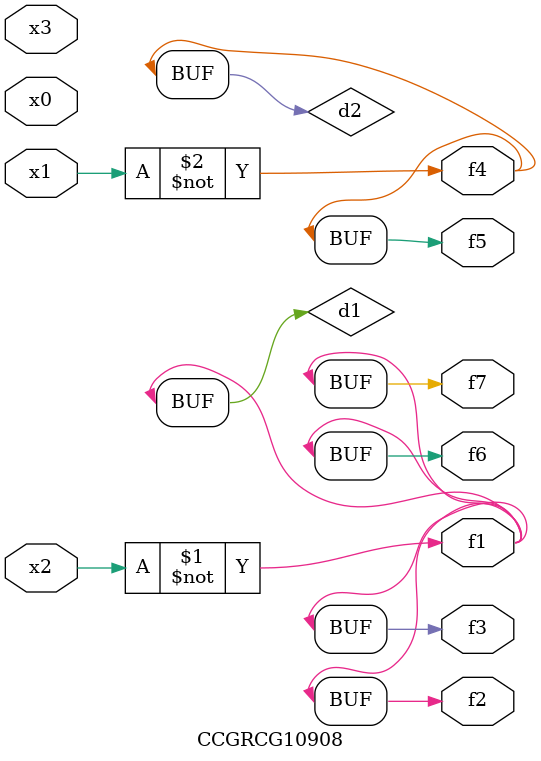
<source format=v>
module CCGRCG10908(
	input x0, x1, x2, x3,
	output f1, f2, f3, f4, f5, f6, f7
);

	wire d1, d2;

	xnor (d1, x2);
	not (d2, x1);
	assign f1 = d1;
	assign f2 = d1;
	assign f3 = d1;
	assign f4 = d2;
	assign f5 = d2;
	assign f6 = d1;
	assign f7 = d1;
endmodule

</source>
